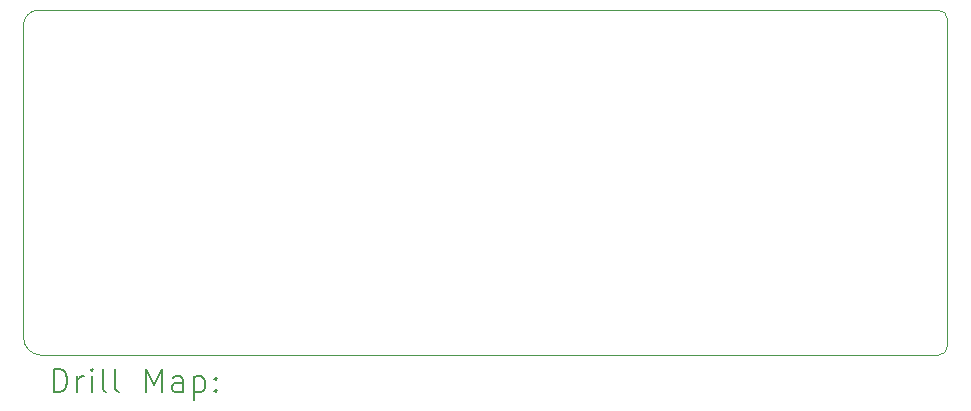
<source format=gbr>
%TF.GenerationSoftware,KiCad,Pcbnew,(6.0.9-0)*%
%TF.CreationDate,2023-02-01T14:55:19-05:00*%
%TF.ProjectId,beach_bod_02,62656163-685f-4626-9f64-5f30322e6b69,rev?*%
%TF.SameCoordinates,Original*%
%TF.FileFunction,Drillmap*%
%TF.FilePolarity,Positive*%
%FSLAX45Y45*%
G04 Gerber Fmt 4.5, Leading zero omitted, Abs format (unit mm)*
G04 Created by KiCad (PCBNEW (6.0.9-0)) date 2023-02-01 14:55:19*
%MOMM*%
%LPD*%
G01*
G04 APERTURE LIST*
%ADD10C,0.050000*%
%ADD11C,0.200000*%
G04 APERTURE END LIST*
D10*
X9753600Y-7442200D02*
X17373600Y-7442200D01*
X17449800Y-7518400D02*
X17449800Y-10287000D01*
X9753600Y-7442200D02*
G75*
G03*
X9626600Y-7569200I0J-127000D01*
G01*
X17373600Y-10363200D02*
X9779000Y-10363200D01*
X17373600Y-10363200D02*
G75*
G03*
X17449800Y-10287000I0J76200D01*
G01*
X9626600Y-10210800D02*
G75*
G03*
X9779000Y-10363200I152400J0D01*
G01*
X17449800Y-7518400D02*
G75*
G03*
X17373600Y-7442200I-76200J0D01*
G01*
X9626600Y-7569200D02*
X9626600Y-10210800D01*
D11*
X9881719Y-10676176D02*
X9881719Y-10476176D01*
X9929338Y-10476176D01*
X9957910Y-10485700D01*
X9976957Y-10504748D01*
X9986481Y-10523795D01*
X9996005Y-10561890D01*
X9996005Y-10590462D01*
X9986481Y-10628557D01*
X9976957Y-10647605D01*
X9957910Y-10666652D01*
X9929338Y-10676176D01*
X9881719Y-10676176D01*
X10081719Y-10676176D02*
X10081719Y-10542843D01*
X10081719Y-10580938D02*
X10091243Y-10561890D01*
X10100767Y-10552367D01*
X10119814Y-10542843D01*
X10138862Y-10542843D01*
X10205529Y-10676176D02*
X10205529Y-10542843D01*
X10205529Y-10476176D02*
X10196005Y-10485700D01*
X10205529Y-10495224D01*
X10215052Y-10485700D01*
X10205529Y-10476176D01*
X10205529Y-10495224D01*
X10329338Y-10676176D02*
X10310290Y-10666652D01*
X10300767Y-10647605D01*
X10300767Y-10476176D01*
X10434100Y-10676176D02*
X10415052Y-10666652D01*
X10405529Y-10647605D01*
X10405529Y-10476176D01*
X10662671Y-10676176D02*
X10662671Y-10476176D01*
X10729338Y-10619033D01*
X10796005Y-10476176D01*
X10796005Y-10676176D01*
X10976957Y-10676176D02*
X10976957Y-10571414D01*
X10967433Y-10552367D01*
X10948386Y-10542843D01*
X10910290Y-10542843D01*
X10891243Y-10552367D01*
X10976957Y-10666652D02*
X10957910Y-10676176D01*
X10910290Y-10676176D01*
X10891243Y-10666652D01*
X10881719Y-10647605D01*
X10881719Y-10628557D01*
X10891243Y-10609510D01*
X10910290Y-10599986D01*
X10957910Y-10599986D01*
X10976957Y-10590462D01*
X11072195Y-10542843D02*
X11072195Y-10742843D01*
X11072195Y-10552367D02*
X11091243Y-10542843D01*
X11129338Y-10542843D01*
X11148386Y-10552367D01*
X11157910Y-10561890D01*
X11167433Y-10580938D01*
X11167433Y-10638081D01*
X11157910Y-10657129D01*
X11148386Y-10666652D01*
X11129338Y-10676176D01*
X11091243Y-10676176D01*
X11072195Y-10666652D01*
X11253148Y-10657129D02*
X11262671Y-10666652D01*
X11253148Y-10676176D01*
X11243624Y-10666652D01*
X11253148Y-10657129D01*
X11253148Y-10676176D01*
X11253148Y-10552367D02*
X11262671Y-10561890D01*
X11253148Y-10571414D01*
X11243624Y-10561890D01*
X11253148Y-10552367D01*
X11253148Y-10571414D01*
M02*

</source>
